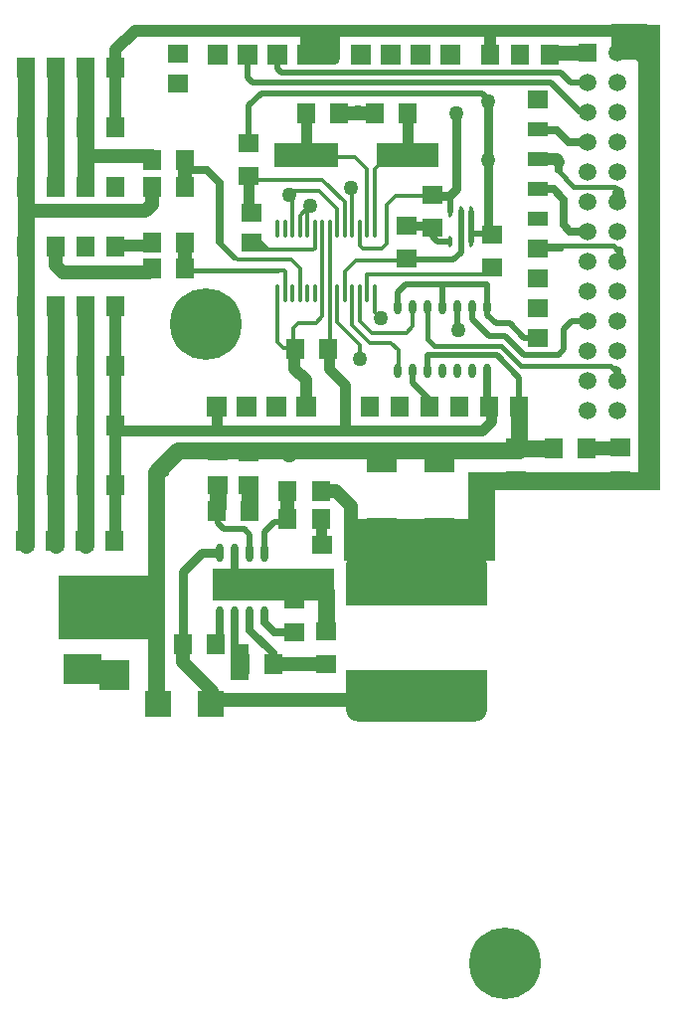
<source format=gtl>
G04 Layer_Physical_Order=1*
G04 Layer_Color=255*
%FSAX25Y25*%
%MOIN*%
G70*
G01*
G75*
%ADD10O,0.02362X0.04724*%
G04:AMPARAMS|DCode=11|XSize=472.44mil|YSize=157.48mil|CornerRadius=39.37mil|HoleSize=0mil|Usage=FLASHONLY|Rotation=180.000|XOffset=0mil|YOffset=0mil|HoleType=Round|Shape=RoundedRectangle|*
%AMROUNDEDRECTD11*
21,1,0.47244,0.07874,0,0,180.0*
21,1,0.39370,0.15748,0,0,180.0*
1,1,0.07874,-0.19685,0.03937*
1,1,0.07874,0.19685,0.03937*
1,1,0.07874,0.19685,-0.03937*
1,1,0.07874,-0.19685,-0.03937*
%
%ADD11ROUNDEDRECTD11*%
%ADD12R,0.47244X0.07500*%
%ADD13R,0.06299X0.07087*%
%ADD14R,0.21500X0.08000*%
%ADD15R,0.21000X0.08000*%
%ADD16O,0.01200X0.04000*%
%ADD17O,0.02362X0.06061*%
%ADD18R,0.09055X0.09055*%
%ADD19R,0.10000X0.10236*%
%ADD20O,0.01200X0.06300*%
%ADD21R,0.07087X0.06299*%
%ADD22C,0.01300*%
%ADD23C,0.03500*%
%ADD24C,0.04000*%
%ADD25C,0.02500*%
%ADD26C,0.02000*%
%ADD27C,0.03000*%
%ADD28C,0.04500*%
%ADD29C,0.05500*%
%ADD30C,0.01500*%
%ADD31C,0.05000*%
%ADD32R,0.30100X0.01800*%
%ADD33R,0.12400X0.10800*%
%ADD34R,0.06500X1.56400*%
%ADD35R,0.08000X0.18000*%
%ADD36R,0.56500X0.06400*%
%ADD37R,0.50900X0.14400*%
%ADD38R,0.12000X0.11900*%
%ADD39R,0.41000X0.10600*%
%ADD40R,0.05900X0.12100*%
%ADD41R,0.32300X0.21400*%
%ADD42R,0.07000X0.06000*%
%ADD43R,0.07000X0.07000*%
%ADD44R,0.06000X0.07000*%
%ADD45R,0.12598X0.10000*%
%ADD46R,0.10000X0.10000*%
%ADD47C,0.04000*%
%ADD48R,0.07000X0.05000*%
%ADD49C,0.05906*%
%ADD50R,0.05906X0.05906*%
%ADD51C,0.05000*%
%ADD52C,0.24000*%
G36*
X1524100Y1233900D02*
Y1233400D01*
X1522500D01*
X1516500Y1239400D01*
X1517900Y1239800D01*
X1518200D01*
X1524100Y1233900D01*
D02*
G37*
D10*
X1577500Y1196570D02*
D03*
X1582500D02*
D03*
X1587500D02*
D03*
X1592500D02*
D03*
X1597500D02*
D03*
X1602500D02*
D03*
X1607500D02*
D03*
X1577500Y1217830D02*
D03*
X1582500D02*
D03*
X1587500D02*
D03*
X1592500D02*
D03*
X1597500D02*
D03*
X1602500D02*
D03*
X1607500D02*
D03*
D11*
X1583800Y1086800D02*
D03*
Y1127500D02*
D03*
D12*
Y1121400D02*
D03*
Y1092600D02*
D03*
D13*
X1629888Y1170500D02*
D03*
X1640912D02*
D03*
X1540588Y1156300D02*
D03*
X1551612D02*
D03*
X1516412Y1104800D02*
D03*
X1505388D02*
D03*
X1542988Y1204000D02*
D03*
X1554012D02*
D03*
X1580912Y1283000D02*
D03*
X1569888D02*
D03*
X1546888D02*
D03*
X1557912D02*
D03*
X1494988Y1258200D02*
D03*
X1506012D02*
D03*
Y1239700D02*
D03*
X1494988D02*
D03*
X1506012Y1230800D02*
D03*
X1494988D02*
D03*
X1506012Y1267300D02*
D03*
X1494988D02*
D03*
X1540588Y1146800D02*
D03*
X1551612D02*
D03*
X1516888Y1149700D02*
D03*
X1527912D02*
D03*
X1535712Y1098300D02*
D03*
X1524688D02*
D03*
D14*
X1546900Y1268900D02*
D03*
D15*
X1580900D02*
D03*
D16*
X1602200Y1249900D02*
D03*
X1598700D02*
D03*
X1595200D02*
D03*
Y1240000D02*
D03*
X1602200D02*
D03*
D17*
X1517800Y1114500D02*
D03*
X1522800D02*
D03*
X1527800D02*
D03*
X1532800D02*
D03*
X1517800Y1135500D02*
D03*
X1522800D02*
D03*
X1532800D02*
D03*
X1527800D02*
D03*
D18*
X1514758Y1084787D02*
D03*
X1497042D02*
D03*
D19*
X1591300Y1167498D02*
D03*
Y1142302D02*
D03*
X1572100Y1167498D02*
D03*
Y1142302D02*
D03*
D20*
X1569700Y1244100D02*
D03*
X1567200D02*
D03*
X1564700D02*
D03*
X1562200D02*
D03*
X1559700D02*
D03*
X1557200D02*
D03*
X1554700D02*
D03*
X1552200D02*
D03*
X1549700D02*
D03*
X1547200D02*
D03*
X1544700D02*
D03*
X1542200D02*
D03*
X1539700D02*
D03*
X1537200D02*
D03*
X1569700Y1222400D02*
D03*
X1567200D02*
D03*
X1564700D02*
D03*
X1562200D02*
D03*
X1559700D02*
D03*
X1557200D02*
D03*
X1554700D02*
D03*
X1552200D02*
D03*
X1549700D02*
D03*
X1547200D02*
D03*
X1544700D02*
D03*
X1542200D02*
D03*
X1539700D02*
D03*
X1537200D02*
D03*
D21*
X1589200Y1244488D02*
D03*
Y1255512D02*
D03*
X1580300Y1234288D02*
D03*
Y1245312D02*
D03*
X1609100Y1242212D02*
D03*
Y1231188D02*
D03*
X1527500Y1261988D02*
D03*
Y1273012D02*
D03*
X1617000Y1159788D02*
D03*
Y1170812D02*
D03*
X1542900Y1108988D02*
D03*
Y1120012D02*
D03*
X1553500Y1098288D02*
D03*
Y1109312D02*
D03*
X1652000Y1159888D02*
D03*
Y1170912D02*
D03*
X1517200Y1158388D02*
D03*
Y1169412D02*
D03*
X1527500Y1158288D02*
D03*
Y1169312D02*
D03*
X1552000Y1138212D02*
D03*
Y1127188D02*
D03*
D22*
X1557200Y1244100D02*
Y1250800D01*
X1551100Y1256900D02*
X1557200Y1250800D01*
X1543000Y1256900D02*
X1551100D01*
X1542200Y1256100D02*
X1543000Y1256900D01*
X1559700Y1244200D02*
Y1253100D01*
X1552200Y1260600D02*
X1559700Y1253100D01*
X1528900Y1260600D02*
X1552200D01*
X1549700Y1237700D02*
Y1244100D01*
X1549200Y1237200D02*
X1549700Y1237700D01*
X1530700Y1237200D02*
X1549200D01*
X1528300Y1239600D02*
X1530700Y1237200D01*
X1517600Y1240000D02*
X1523600Y1234000D01*
X1544700Y1222400D02*
Y1230900D01*
X1541600Y1234000D02*
X1544700Y1230900D01*
X1523600Y1234000D02*
X1541600D01*
X1554700Y1207000D02*
Y1222400D01*
X1554100Y1206400D02*
X1554700Y1207000D01*
X1542400Y1204588D02*
Y1210900D01*
X1544200Y1212700D01*
X1552200Y1214900D02*
Y1222400D01*
X1550000Y1212700D02*
X1552200Y1214900D01*
X1544200Y1212700D02*
X1550000D01*
X1542400Y1204588D02*
X1542688Y1204300D01*
X1542900Y1204088D01*
X1537200Y1222400D02*
Y1223300D01*
Y1206100D02*
Y1222400D01*
X1539000Y1204300D02*
X1542688D01*
X1537200Y1206100D02*
X1539000Y1204300D01*
X1564900Y1200500D02*
Y1205300D01*
X1557200Y1213000D02*
X1564900Y1205300D01*
X1557200Y1213000D02*
Y1222400D01*
X1564900Y1199200D02*
Y1200500D01*
X1559700Y1222600D02*
Y1229800D01*
X1563400Y1233500D01*
X1564700Y1213300D02*
X1568700Y1209300D01*
X1564700Y1213300D02*
Y1222400D01*
X1608000Y1229000D02*
Y1230800D01*
X1569700Y1216100D02*
X1571700Y1214100D01*
X1569700Y1216100D02*
Y1222400D01*
X1547200Y1244100D02*
Y1251200D01*
X1544700Y1248700D02*
X1547200Y1251200D01*
X1548000Y1252000D01*
X1544700Y1244100D02*
Y1248700D01*
X1554700Y1222400D02*
Y1244100D01*
X1552200Y1222400D02*
Y1244100D01*
X1562100Y1255800D02*
X1562200Y1255700D01*
Y1244100D02*
Y1255700D01*
X1564700Y1244100D02*
Y1244300D01*
Y1238600D02*
Y1244100D01*
X1588988Y1255300D02*
X1589200Y1255512D01*
X1576800Y1255300D02*
X1588988D01*
X1573600Y1252100D02*
X1576800Y1255300D01*
X1573600Y1239200D02*
Y1252100D01*
X1565600Y1237700D02*
X1572100D01*
X1564700Y1238600D02*
X1565600Y1237700D01*
X1572100D02*
X1573600Y1239200D01*
X1567200Y1244100D02*
Y1264100D01*
X1563200Y1268100D02*
X1567200Y1264100D01*
X1569700Y1244100D02*
Y1264200D01*
X1573600Y1268100D01*
X1582500Y1211400D02*
Y1217830D01*
X1580400Y1209300D02*
X1582500Y1211400D01*
X1568700Y1209300D02*
X1580400D01*
X1577600Y1196800D02*
Y1203500D01*
X1575200Y1205900D02*
X1577600Y1203500D01*
X1568200Y1205900D02*
X1575200D01*
X1562200Y1211900D02*
X1568200Y1205900D01*
X1563400Y1233500D02*
X1579600D01*
X1541932Y1206756D02*
X1542288Y1206400D01*
X1528300Y1239600D02*
X1530700D01*
X1532400Y1237900D02*
X1533300D01*
X1531600Y1239600D02*
X1533300Y1237900D01*
X1531400Y1239600D02*
X1531600D01*
X1530700D02*
X1532400Y1237900D01*
X1507600Y1230300D02*
X1539300D01*
X1539700Y1229900D01*
Y1222400D02*
Y1229900D01*
X1567200Y1222400D02*
Y1228800D01*
X1607800D01*
X1608000Y1229000D01*
X1546900Y1268100D02*
X1563200D01*
X1562200Y1211900D02*
Y1222400D01*
Y1222900D01*
X1527500Y1262000D02*
X1528900Y1260600D01*
X1506012Y1231888D02*
X1507600Y1230300D01*
X1573600Y1268100D02*
X1580900D01*
X1553312Y1206400D02*
X1554100D01*
X1542900Y1204088D02*
X1542988Y1204000D01*
X1542688Y1204300D02*
X1543100D01*
X1542200Y1244100D02*
Y1256100D01*
D23*
X1516890Y1176610D02*
Y1184610D01*
X1527500Y1250400D02*
Y1261988D01*
X1554400Y1197100D02*
X1559700Y1191800D01*
Y1176600D02*
Y1191800D01*
X1551612Y1138600D02*
Y1145900D01*
X1605600Y1176400D02*
X1608600Y1179400D01*
X1546888Y1268112D02*
Y1283000D01*
X1580912Y1268112D02*
Y1283000D01*
X1482700Y1176400D02*
X1482900D01*
X1605600D01*
X1554400Y1197100D02*
Y1204000D01*
X1608600Y1179400D02*
Y1184500D01*
D24*
X1546800Y1184900D02*
Y1193400D01*
X1542900Y1197300D02*
X1546800Y1193400D01*
X1542900Y1204088D02*
Y1204200D01*
X1555800Y1301700D02*
X1555900D01*
X1556200Y1302000D01*
Y1310700D01*
X1651600Y1303600D02*
Y1309700D01*
X1650600Y1310700D02*
X1651600Y1309700D01*
X1556200Y1310700D02*
X1650600D01*
X1489400D02*
X1556200D01*
X1482900Y1304200D02*
X1489400Y1310700D01*
X1482900Y1298100D02*
Y1304200D01*
Y1178100D02*
Y1198100D01*
Y1278100D02*
Y1298100D01*
Y1198100D02*
Y1218100D01*
Y1238100D02*
X1483500Y1238700D01*
X1494388D01*
X1494988Y1239300D01*
X1651300Y1256200D02*
X1651400Y1256100D01*
X1630600Y1267500D02*
X1631400Y1266700D01*
X1624300Y1267500D02*
X1630600D01*
X1482900Y1158100D02*
Y1176400D01*
Y1178100D01*
X1608300Y1302600D02*
Y1302700D01*
Y1310200D01*
X1651400Y1253300D02*
Y1256100D01*
X1482900Y1138100D02*
Y1158100D01*
X1542900Y1197300D02*
Y1204000D01*
Y1204088D01*
D25*
X1517600Y1240000D02*
Y1259700D01*
X1513400Y1263900D02*
X1517600Y1259700D01*
X1536012Y1108988D02*
X1542900D01*
X1532800Y1112200D02*
X1536012Y1108988D01*
X1532800Y1112200D02*
Y1114500D01*
X1535600Y1098500D02*
Y1101900D01*
X1527800Y1109700D02*
X1535600Y1101900D01*
X1527800Y1109700D02*
Y1114500D01*
X1538512Y1124400D02*
X1540312Y1126200D01*
X1607500Y1185200D02*
Y1196570D01*
Y1185200D02*
X1608200Y1184500D01*
X1516412Y1104800D02*
X1517800Y1106188D01*
Y1114500D01*
X1538512Y1124400D02*
X1542900Y1120012D01*
X1630900Y1277200D02*
X1634800Y1273300D01*
X1633000Y1245400D02*
X1635100Y1243300D01*
X1633000Y1245400D02*
Y1254000D01*
X1629600Y1257400D02*
X1633000Y1254000D01*
X1624400Y1257400D02*
X1629600D01*
X1506012Y1263900D02*
X1513400D01*
X1634800Y1273300D02*
X1641200D01*
X1641400D01*
X1635100Y1243300D02*
X1641200D01*
X1641400D01*
X1624300Y1277200D02*
X1630900D01*
X1522800Y1126500D02*
X1524900Y1124400D01*
X1538512D01*
X1540312Y1126200D02*
X1552600D01*
X1522800Y1126500D02*
Y1135500D01*
Y1100900D02*
X1525300Y1098400D01*
X1522800Y1100900D02*
Y1114500D01*
D26*
X1590600Y1240000D02*
X1594700D01*
X1589200Y1241400D02*
X1590600Y1240000D01*
X1589200Y1241400D02*
Y1244488D01*
X1596200Y1233800D02*
X1598700Y1236300D01*
X1595200Y1249900D02*
Y1254900D01*
X1597500Y1210400D02*
X1597600Y1210300D01*
X1597500Y1210400D02*
Y1217830D01*
X1588200Y1184500D02*
Y1187000D01*
X1582500Y1192700D02*
X1588200Y1187000D01*
X1582500Y1192700D02*
Y1196570D01*
X1618200Y1184300D02*
Y1184500D01*
X1592500Y1217830D02*
Y1225300D01*
X1516888Y1150600D02*
X1517200Y1150288D01*
Y1145500D02*
X1519200Y1143500D01*
X1526000D01*
X1527800Y1141700D01*
Y1135500D02*
Y1141700D01*
X1532800Y1135500D02*
Y1142400D01*
X1536200Y1145800D01*
X1607500Y1217830D02*
Y1225300D01*
X1607400Y1225400D02*
X1607500Y1225300D01*
X1577500Y1217830D02*
Y1222800D01*
X1580100Y1225400D01*
X1607400D01*
X1537000Y1297900D02*
Y1301500D01*
Y1297900D02*
X1538300Y1296600D01*
X1632000D01*
X1635300Y1293300D01*
X1527100Y1294900D02*
Y1301000D01*
Y1294900D02*
X1528900Y1293100D01*
X1628900D01*
X1638700Y1283300D01*
X1602500Y1213800D02*
Y1217830D01*
Y1213800D02*
X1608000Y1208300D01*
X1631300Y1202000D02*
X1633200Y1203900D01*
Y1210700D01*
X1635800Y1213300D01*
X1608000Y1208300D02*
X1613465D01*
X1619765Y1202000D01*
X1631300D01*
X1618200Y1184500D02*
Y1194300D01*
X1610700Y1201800D02*
X1618200Y1194300D01*
X1607500Y1215300D02*
Y1217830D01*
Y1215300D02*
X1610400Y1212400D01*
X1615000D01*
X1619900Y1207500D01*
X1624300D01*
X1605600Y1289600D02*
X1607600Y1287600D01*
X1527500Y1285400D02*
X1531700Y1289600D01*
X1605600D01*
X1587500Y1196570D02*
Y1201800D01*
X1527500Y1272600D02*
Y1273012D01*
Y1285400D01*
X1602200Y1240000D02*
Y1242600D01*
Y1249900D01*
X1587500Y1201800D02*
X1610700D01*
X1536200Y1145800D02*
X1540588D01*
X1579500Y1233800D02*
X1596200D01*
X1598700Y1236300D02*
Y1249900D01*
Y1250200D01*
X1517200Y1145500D02*
Y1150288D01*
X1635800Y1213300D02*
X1641200D01*
X1641400D01*
X1638700Y1283300D02*
X1641200D01*
X1641400D01*
X1635300Y1293300D02*
X1641200D01*
X1641400D01*
X1602200Y1242600D02*
X1607600D01*
D27*
X1580300Y1245312D02*
X1588376D01*
X1594800Y1255300D02*
X1597100Y1257600D01*
Y1282800D02*
X1597200Y1282900D01*
X1597100Y1257600D02*
Y1282800D01*
X1505388Y1104800D02*
Y1129088D01*
X1511800Y1135500D01*
X1517400D01*
X1607600Y1242600D02*
Y1287600D01*
X1589500Y1255300D02*
X1594800D01*
D28*
X1659350Y1302050D02*
X1660300Y1301100D01*
Y1159000D02*
Y1301100D01*
X1607900Y1158000D02*
X1608900Y1159000D01*
X1607900Y1138900D02*
Y1158000D01*
X1586000Y1124700D02*
X1594500D01*
X1535724Y1098288D02*
X1553500D01*
X1515458Y1086287D02*
X1583187D01*
X1492700Y1250100D02*
X1494988Y1252388D01*
X1452900Y1250100D02*
X1492700D01*
X1506012Y1258200D02*
Y1263900D01*
X1462900Y1231800D02*
Y1238100D01*
Y1231800D02*
X1465200Y1229500D01*
X1494088D01*
X1494988Y1230400D01*
X1505388Y1099012D02*
Y1104800D01*
Y1099012D02*
X1515158Y1089242D01*
Y1087887D02*
Y1089242D01*
X1551800Y1156100D02*
X1556600D01*
X1561600Y1151100D01*
Y1145100D02*
Y1151100D01*
X1506012Y1263900D02*
Y1267300D01*
X1640912Y1170600D02*
X1651688D01*
X1583187Y1086287D02*
X1586000Y1089100D01*
X1506012Y1231888D02*
Y1239700D01*
Y1240600D01*
X1540588Y1145900D02*
Y1146800D01*
Y1154300D01*
X1472900Y1268400D02*
X1494988D01*
X1561600Y1145100D02*
X1578700Y1128000D01*
X1583800D01*
X1608900Y1159000D02*
X1660300D01*
X1494988Y1252388D02*
Y1258200D01*
Y1259300D01*
X1557912Y1283000D02*
X1569888D01*
D29*
X1618200Y1170512D02*
X1629800D01*
X1618200Y1169900D02*
Y1170512D01*
X1553500Y1109112D02*
Y1109312D01*
X1496300Y1088800D02*
Y1114260D01*
X1452900Y1250100D02*
Y1258100D01*
Y1238100D02*
Y1250100D01*
X1472900Y1268400D02*
Y1278100D01*
Y1258100D02*
Y1268400D01*
X1452900Y1218100D02*
Y1238100D01*
X1472900Y1278100D02*
Y1298100D01*
Y1198100D02*
Y1218100D01*
Y1178100D02*
Y1198100D01*
Y1158100D02*
Y1178100D01*
X1462900Y1278100D02*
Y1298100D01*
Y1258100D02*
Y1278100D01*
Y1198100D02*
Y1218100D01*
Y1178100D02*
Y1198100D01*
Y1158100D02*
Y1178100D01*
X1452900Y1278100D02*
Y1298100D01*
Y1258100D02*
Y1278100D01*
Y1198100D02*
Y1218100D01*
Y1178100D02*
Y1198100D01*
Y1158100D02*
Y1178100D01*
X1517200Y1150912D02*
Y1158388D01*
Y1158500D01*
X1472900Y1138100D02*
Y1158100D01*
X1527800Y1151012D02*
Y1158688D01*
X1462900Y1138100D02*
Y1158100D01*
X1482400Y1114260D02*
X1496300D01*
X1452900Y1138100D02*
Y1158100D01*
X1496300Y1114260D02*
Y1162400D01*
X1503800Y1169900D01*
X1553500Y1109312D02*
Y1122400D01*
X1503800Y1169900D02*
X1618200D01*
X1617000Y1170512D02*
X1618200D01*
Y1184300D01*
D30*
X1587500Y1207300D02*
Y1217830D01*
Y1207300D02*
X1589750Y1205050D01*
X1612046D01*
X1618796Y1198300D01*
X1648600D01*
X1631800Y1237500D02*
X1632000Y1237700D01*
X1624300Y1237500D02*
X1631800D01*
X1624400Y1238400D02*
X1649700D01*
X1650500Y1197700D02*
X1651400Y1196800D01*
Y1195500D02*
Y1196800D01*
X1648600Y1198300D02*
X1651400Y1195500D01*
Y1233300D02*
X1651500D01*
X1652100Y1233900D01*
Y1237300D01*
X1651900Y1237500D02*
X1652100Y1237300D01*
X1651400Y1237500D02*
X1651900D01*
X1649700Y1238400D02*
X1651400Y1236700D01*
X1630600Y1263800D02*
X1631011D01*
X1636511Y1258300D02*
X1650200D01*
X1651000Y1257500D01*
X1631800Y1263600D02*
Y1265100D01*
X1630600Y1263800D02*
Y1266300D01*
Y1267500D01*
Y1266300D02*
X1631800Y1265100D01*
X1631011Y1263800D02*
X1636511Y1258300D01*
X1651400Y1233300D02*
Y1236700D01*
Y1193300D02*
Y1195500D01*
D31*
X1629800Y1303300D02*
X1641200D01*
X1641400D01*
D32*
X1522750Y1229800D02*
D03*
D33*
X1550600Y1304700D02*
D03*
D34*
X1662250Y1234500D02*
D03*
D35*
X1605200Y1153700D02*
D03*
D36*
X1633350Y1159500D02*
D03*
D37*
X1584750Y1139900D02*
D03*
D38*
X1655000Y1306750D02*
D03*
D39*
X1535900Y1124800D02*
D03*
D40*
X1524350Y1098750D02*
D03*
D41*
X1479750Y1117100D02*
D03*
D42*
X1528300Y1239600D02*
D03*
Y1249600D02*
D03*
X1503900Y1293000D02*
D03*
Y1303000D02*
D03*
X1624300Y1207500D02*
D03*
Y1287500D02*
D03*
Y1237500D02*
D03*
Y1227500D02*
D03*
Y1217500D02*
D03*
D43*
X1516890Y1184610D02*
D03*
X1526890D02*
D03*
X1536890D02*
D03*
X1546890D02*
D03*
X1516990Y1302610D02*
D03*
X1526990D02*
D03*
X1536990D02*
D03*
X1546990D02*
D03*
X1594990D02*
D03*
X1584990D02*
D03*
X1574990D02*
D03*
X1564990D02*
D03*
D44*
X1628300Y1302700D02*
D03*
X1618300D02*
D03*
X1608300D02*
D03*
X1618200Y1184500D02*
D03*
X1608200D02*
D03*
X1598200D02*
D03*
X1588200D02*
D03*
X1578200D02*
D03*
X1568200D02*
D03*
X1452900Y1158100D02*
D03*
X1462900D02*
D03*
X1472900D02*
D03*
X1482900D02*
D03*
Y1198100D02*
D03*
X1472900D02*
D03*
X1462900D02*
D03*
X1452900D02*
D03*
X1482900Y1238100D02*
D03*
X1472900D02*
D03*
X1462900D02*
D03*
X1452900D02*
D03*
X1482900Y1278100D02*
D03*
X1472900D02*
D03*
X1462900D02*
D03*
X1452900D02*
D03*
X1482900Y1298100D02*
D03*
X1472900D02*
D03*
X1462900D02*
D03*
X1452900D02*
D03*
X1482900Y1178100D02*
D03*
X1472900D02*
D03*
X1462900D02*
D03*
X1452900D02*
D03*
X1482900Y1218100D02*
D03*
X1472900D02*
D03*
X1462900D02*
D03*
X1452900D02*
D03*
X1482900Y1258100D02*
D03*
X1472900D02*
D03*
X1462900D02*
D03*
X1452900D02*
D03*
X1482500Y1139500D02*
D03*
X1472500D02*
D03*
X1462500D02*
D03*
X1452500D02*
D03*
D45*
X1471600Y1111860D02*
D03*
Y1096560D02*
D03*
D46*
X1482400Y1114260D02*
D03*
Y1094460D02*
D03*
D47*
X1506830Y1206140D02*
D03*
X1519530Y1206340D02*
D03*
X1506830Y1218340D02*
D03*
X1519530Y1218440D02*
D03*
X1513130Y1203340D02*
D03*
X1522030Y1212140D02*
D03*
X1513530Y1221140D02*
D03*
X1504130Y1211940D02*
D03*
X1604530Y0997440D02*
D03*
X1613930Y1006640D02*
D03*
X1622430Y0997640D02*
D03*
X1613530Y0988840D02*
D03*
X1619930Y1003940D02*
D03*
X1607230Y1003840D02*
D03*
X1619930Y0991840D02*
D03*
X1607230Y0991640D02*
D03*
D48*
X1624300Y1277500D02*
D03*
Y1267500D02*
D03*
Y1257500D02*
D03*
Y1247500D02*
D03*
D49*
X1651200Y1183300D02*
D03*
X1641200D02*
D03*
X1651200Y1193300D02*
D03*
X1641200D02*
D03*
X1651200Y1203300D02*
D03*
X1641200D02*
D03*
X1651200Y1213300D02*
D03*
X1641200D02*
D03*
X1651200Y1223300D02*
D03*
X1641200D02*
D03*
X1651200Y1233300D02*
D03*
X1641200D02*
D03*
X1651200Y1243300D02*
D03*
X1641200D02*
D03*
X1651200Y1253300D02*
D03*
X1641200D02*
D03*
X1651200Y1263300D02*
D03*
X1641200D02*
D03*
X1651200Y1273300D02*
D03*
X1641200D02*
D03*
X1651200Y1283300D02*
D03*
X1641200D02*
D03*
X1651200Y1293300D02*
D03*
X1641200D02*
D03*
X1651200Y1303300D02*
D03*
D50*
X1641200D02*
D03*
D51*
X1561800Y1257800D02*
D03*
X1541100Y1255500D02*
D03*
X1554300Y1204000D02*
D03*
X1542900D02*
D03*
X1571700Y1214100D02*
D03*
X1548000Y1252000D02*
D03*
X1589500Y1255400D02*
D03*
X1579700Y1245200D02*
D03*
X1597200Y1282900D02*
D03*
X1555800Y1301700D02*
D03*
X1608900Y1230900D02*
D03*
X1597600Y1210300D02*
D03*
X1495000Y1253200D02*
D03*
Y1258500D02*
D03*
X1564900Y1200500D02*
D03*
X1520000Y1127600D02*
D03*
X1520100Y1122300D02*
D03*
X1525800Y1127600D02*
D03*
X1531000Y1122100D02*
D03*
X1531100Y1127500D02*
D03*
X1525600Y1122300D02*
D03*
X1564000Y1283200D02*
D03*
X1524700Y1102400D02*
D03*
X1524600Y1097100D02*
D03*
X1607800Y1286900D02*
D03*
Y1267200D02*
D03*
X1572400Y1166200D02*
D03*
X1541200Y1168100D02*
D03*
X1498900Y1163100D02*
D03*
X1496400Y1137300D02*
D03*
X1592100Y1166200D02*
D03*
X1472200Y1123100D02*
D03*
X1490300Y1119200D02*
D03*
X1553700Y1115000D02*
D03*
X1544500Y1124500D02*
D03*
D52*
X1513094Y1212306D02*
D03*
X1613487Y0997739D02*
D03*
M02*

</source>
